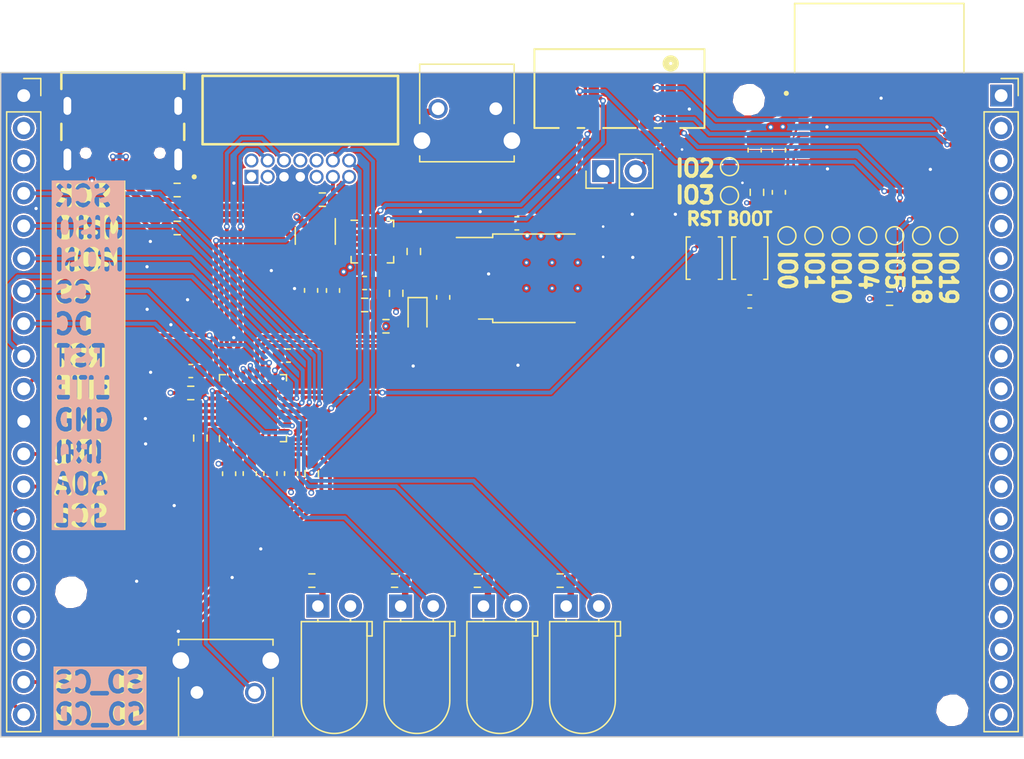
<source format=kicad_pcb>
(kicad_pcb (version 20221018) (generator pcbnew)
  (layers (0 "F.Cu" signal "Signal 1") (1 "In1.Cu" power "GND") (2 "In2.Cu" power "Power") (31 "B.Cu" signal "Signal 2") (34 "B.Paste" user) (35 "F.Paste" user) (36 "B.SilkS" user "B.Silkscreen") (37 "F.SilkS" user "F.Silkscreen") (38 "B.Mask" user) (39 "F.Mask" user) (44 "Edge.Cuts" user))
  (net 0 "")
  (net 1 "NRST")
  (net 2 "GND")
  (net 3 "+3V3")
  (net 4 "SD_CD")
  (net 5 "SD_CS")
  (net 6 "LCD_RST")
  (net 7 "LCD_DC")
  (net 8 "LCD_CS")
  (net 9 "LCD_SCK")
  (net 10 "LCD_MISO")
  (net 11 "LCD_MOSI")
  (net 12 "/CC1")
  (net 13 "USB_D+")
  (net 14 "LCD_LITE")
  (net 15 "ESP_EN")
  (net 16 "TOUCH_IRQ")
  (net 17 "TOUCH_SCL")
  (net 18 "+5V")
  (net 19 "LOG_TX")
  (net 20 "LOG_RX")
  (net 21 "SWDIO")
  (net 22 "SWCLK")
  (net 25 "TOUCH_SDA")
  (net 26 "VBUS")
  (net 27 "+3V3A")
  (net 28 "IO9")
  (net 30 "/IO0")
  (net 31 "/IO1")
  (net 35 "/IO2")
  (net 36 "/IO3")
  (net 38 "/IO4")
  (net 40 "/IO5")
  (net 41 "/IO19")
  (net 44 "/IO18")
  (net 45 "/IO10")
  (net 46 "VCP_TX")
  (net 47 "VCP_RX")
  (net 56 "ATC_TX")
  (net 57 "ATC_RX")
  (net 58 "USB_D-")
  (net 60 "/CC2")
  (net 83 "/BOOT0")
  (net 84 "USART1_TX")
  (net 86 "BRIDGE_RX")
  (net 87 "BRIDGE_TX")
  (net 89 "/RED")
  (net 90 "LCD_BTN_CLR")
  (net 102 "/IO8")
  (net 103 "/VBUS_BR")
  (net 104 "/NSUSPEND")
  (net 110 "/GND_Det")
  (net 111 "/NRST_BR")
  (net 112 "/GREEN")
  (net 113 "LED_B3")
  (net 114 "/YELLOW")
  (net 115 "LED_A12")
  (net 116 "/PURPLE")
  (net 117 "LED_A11")
  (footprint "Capacitor_SMD:C_0603_1608Metric" (layer "F.Cu") (at 171.792 82.23 90)
    (fp_text reference "C6" hide)
    (fp_text value "0.1uF" hide)
  )
  (footprint "MountingHole:MountingHole_2.2mm_M2" (layer "F.Cu") (at 187.2 125.9)
    (fp_text reference "H2" hide)
    (fp_text value "MountingHole" hide)
  )
  (footprint "Button_Switch_SMD:SW_SPST_B3U-1000P" (layer "F.Cu") (at 171.41 90.65 90)
    (fp_text reference "SW2" hide)
    (fp_text value "SW_Push_Dual" hide)
  )
  (footprint "JPW_Footprints:XCVR_ESP32-C3-MINI-1-N4" (layer "F.Cu") (at 181.51 79.1)
    (fp_text reference "U2" hide)
    (fp_text value "ESP32-C3-MINI-1-N4" hide)
  )
  (footprint "Capacitor_SMD:C_0603_1608Metric" (layer "F.Cu") (at 153.25 87.94)
    (fp_text reference "C9" hide)
    (fp_text value "22uF" hide)
  )
  (footprint "Package_DFN_QFN:QFN-32-1EP_5x5mm_P0.5mm_EP3.45x3.45mm" (layer "F.Cu") (at 132.68 102.345 90)
    (fp_text reference "U1" hide)
    (fp_text value "STM32L432KCUx" hide)
  )
  (footprint "Capacitor_SMD:C_0603_1608Metric" (layer "F.Cu") (at 173.68 85.52 -90)
    (fp_text reference "C5" hide)
    (fp_text value "1uF" hide)
  )
  (footprint "Package_TO_SOT_SMD:SOT-143" (layer "F.Cu") (at 137.54 88.92 -90)
    (fp_text reference "D4" hide)
    (fp_text value "SP0503BAHT" hide)
  )
  (footprint "TestPoint:TestPoint_Pad_D1.0mm" (layer "F.Cu") (at 174.31 88.9)
    (fp_text reference "TP1" hide)
    (fp_text value "TP" hide)
  )
  (footprint "Resistor_SMD:R_0603_1608Metric" (layer "F.Cu") (at 143.05 95.96 180)
    (fp_text reference "R9" hide)
    (fp_text value "22k1" hide)
  )
  (footprint "JPW_Footprints:SAMTEC_SHF-107-01-L-D-RA" (layer "F.Cu") (at 136.37 83.675)
    (fp_text reference "J1" hide)
    (fp_text value "SHF-107-01-L-D-RA" hide)
  )
  (footprint "LED_THT:LED_D5.0mm_Horizontal_O1.27mm_Z3.0mm" (layer "F.Cu") (at 150.65 117.775)
    (fp_text reference "D5" hide)
    (fp_text value "RED" hide)
  )
  (footprint "Resistor_SMD:R_0603_1608Metric" (layer "F.Cu") (at 171.97 85.52 90)
    (fp_text reference "R2" hide)
    (fp_text value "10k" hide)
  )
  (footprint "TestPoint:TestPoint_Pad_D1.0mm" (layer "F.Cu") (at 180.61 88.9)
    (fp_text reference "TP5" hide)
    (fp_text value "TP" hide)
  )
  (footprint "TestPoint:TestPoint_Pad_D1.0mm" (layer "F.Cu") (at 169.83 85.77)
    (fp_text reference "TP4" hide)
    (fp_text value "TP" hide)
  )
  (footprint "Capacitor_SMD:C_0603_1608Metric" (layer "F.Cu") (at 132.43 107.445 -90)
    (fp_text reference "C1" hide)
    (fp_text value "0.1uF" hide)
  )
  (footprint "TestPoint:TestPoint_Pad_D1.0mm" (layer "F.Cu") (at 176.41 88.9)
    (fp_text reference "TP2" hide)
    (fp_text value "TP" hide)
  )
  (footprint "Capacitor_SMD:C_0603_1608Metric" (layer "F.Cu") (at 147.51 93.71 -90)
    (fp_text reference "C8" hide)
    (fp_text value "10uF" hide)
  )
  (footprint "Resistor_SMD:R_0603_1608Metric" (layer "F.Cu") (at 141.385 94.3 180)
    (fp_text reference "R10" hide)
    (fp_text value "47k5" hide)
  )
  (footprint "Resistor_SMD:R_0603_1608Metric" (layer "F.Cu") (at 126.77 85.34)
    (fp_text reference "R3" hide)
    (fp_text value "5k1" hide)
  )
  (footprint "Resistor_SMD:R_0603_1608Metric" (layer "F.Cu") (at 145.22 90.13 90)
    (fp_text reference "R8" hide)
    (fp_text value "10k" hide)
  )
  (footprint "TestPoint:TestPoint_Pad_D1.0mm" (layer "F.Cu") (at 169.83 83.52)
    (fp_text reference "TP3" hide)
    (fp_text value "TP" hide)
  )
  (footprint "Capacitor_SMD:C_0603_1608Metric" (layer "F.Cu") (at 127.83 99.45 180)
    (fp_text reference "C13" hide)
    (fp_text value "0.1uF" hide)
  )
  (footprint "Resistor_SMD:R_0603_1608Metric" (layer "F.Cu") (at 137.26 107.445 90)
    (fp_text reference "R1" hide)
    (fp_text value "10k" hide)
  )
  (footprint "MyConnectors:GCT_USB4105-GF-A" (layer "F.Cu") (at 122.53 78.78 180)
    (fp_text reference "J3" hide)
    (fp_text value "USB4105-GF-A" hide)
  )
  (footprint "JPW_Footprints:Switch_1825027-5" (layer "F.Cu") (at 151.610001 79 180)
    (fp_text reference "SW1" hide)
    (fp_text value "SW_Push_Dual" hide)
  )
  (footprint "TestPoint:TestPoint_Pad_D1.0mm" (layer "F.Cu") (at 186.91 88.9)
    (fp_text reference "TP7" hide)
    (fp_text value "TP" hide)
  )
  (footprint "Resistor_SMD:R_0603_1608Metric" (layer "F.Cu") (at 143.845 93.39 90)
    (fp_text reference "R12" hide)
    (fp_text value "1k" hide)
  )
  (footprint "Capacitor_SMD:C_0603_1608Metric" (layer "F.Cu") (at 171.41 94.03)
    (fp_text reference "C12" hide)
    (fp_text value "0.1uF" hide)
  )
  (footprint "Capacitor_SMD:C_0603_1608Metric" (layer "F.Cu") (at 137.21 93.165 90)
    (fp_text reference "C14" hide)
    (fp_text value "0.1uF" hide)
  )
  (footprint "JPW_Footprints:SW8_JS203011JAQN_CNK" (layer "F.Cu") (at 161.25 77.430001 180)
    (fp_text reference "SW3" hide)
    (fp_text value "JS203011JAQN" hide)
  )
  (footprint "Resistor_SMD:R_0603_1608Metric" (layer "F.Cu") (at 137.27 115.79 180)
    (fp_text reference "R15" hide)
    (fp_text value "1k" hide)
  )
  (footprint "Resistor_SMD:R_0603_1608Metric" (layer "F.Cu") (at 128.58 104.68 -90)
    (fp_text reference "R5" hide)
    (fp_text value "10k" hide)
  )
  (footprint "Package_TO_SOT_SMD:TO-252-2" (layer "F.Cu") (at 154.68 92.22)
    (fp_text reference "U4" hide)
    (fp_text value "AMS1117CD-3.3" hide)
  )
  (footprint "JPW_Footprints:Adafruit_LCD_TFT_2.8" (layer "F.Cu") (at 152.908 102.108)
    (fp_text reference "U3" hide)
    (fp_text value "Adafruit_LCD_TFT_2.8" hide)
  )
  (footprint "Capacitor_SMD:C_0603_1608Metric" (layer "F.Cu") (at 135.45 98.245 180)
    (fp_text reference "C2" hide)
    (fp_text value "0.1uF" hide)
  )
  (footprint "Resistor_SMD:R_0603_1608Metric" (layer "F.Cu") (at 126.77 88.3)
    (fp_text reference "R4" hide)
    (fp_text value "5k1" hide)
  )
  (footprint "LED_THT:LED_D5.0mm_Horizontal_O1.27mm_Z3.0mm" (layer "F.Cu") (at 157.1 117.775)
    (fp_text reference "D6" hide)
    (fp_text value "RED" hide)
  )
  (footprint "LED_THT:LED_D5.0mm_Horizontal_O1.27mm_Z3.0mm" (layer "F.Cu") (at 137.74 117.775)
    (fp_text reference "D1" hide)
    (fp_text value "RED" hide)
  )
  (footprint "Capacitor_SMD:C_0603_1608Metric" (layer "F.Cu") (at 130.82 107.455 90)
    (fp_text reference "C3" hide)
    (fp_text value "0.1uF" hide)
  )
  (footprint "Resistor_SMD:R_0603_1608Metric" (layer "F.Cu") (at 143.72 115.79 180)
    (fp_text reference "R16" hide)
    (fp_text value "1k" hide)
  )
  (footprint "Package_DFN_QFN:SiliconLabs_QFN-20-1EP_3x3mm_P0.5mm_EP1.8x1.8mm" (layer "F.Cu") (at 141.99 89.36)
    (fp_text reference "U5" hide)
    (fp_text value "CP2102N-Axx-xQFN20" hide)
  )
  (footprint "Capacitor_SMD:C_0603_1608Metric" (layer "F.Cu") (at 138.92 93.17 90)
    (fp_text reference "C10" hide)
    (fp_text value "4.7uF" hide)
  )
  (footprint "MountingHole:MountingHole_2.2mm_M2" (layer "F.Cu") (at 171.34 78.3)
    (fp_text reference "H1" hide)
    (fp_text value "MountingHole" hide)
  )
  (footprint "Resistor_SMD:R_0603_1608Metric" (layer "F.Cu") (at 138.09 86.09 180)
    (fp_text reference "R13" hide)
    (fp_text value "10k" hide)
  )
  (footprint "Diode_SMD:D_0603_1608Metric" (layer "F.Cu") (at 145.51 95.21 -90)
    (fp_text reference "D2" hide)
    (fp_text value "D_Schottky_Small" hide)
  )
  (footprint "Resistor_SMD:R_0603_1608Metric" (layer "F.Cu") (at 182.31 93.81)
    (fp_text reference "R6" hide)
    (fp_text value "10k" hide)
  )
  (footprint "Resistor_SMD:R_0603_1608Metric" (layer "F.Cu") (at 127.83 101.16)
    (fp_text reference "R14" hide)
    (fp_text value "5k" hide)
  )
  (footprint "Connector_PinHeader_2.54mm:PinHeader_1x02_P2.54mm_Vertical" (layer "F.Cu") (at 159.975 83.87 90)
    (fp_text reference "JP1" hide)
    (fp_text value "SolderJumper_2_Open" hide)
  )
  (footprint "Capacitor_SMD:C_0603_1608Metric" (layer "F.Cu") (at 141.385 92.59)
    (fp_text reference "C11" hide)
    (fp_text value "1uF" hide)
  )
  (footprint "TestPoint:TestPoint_Pad_D1.0mm" (layer "F.Cu") (at 182.71 88.9)
    (fp_text reference "TP6" hide)
    (fp_text value "TP" hide)
  )
  (footprint "Capacitor_SMD:C_0603_1608Metric" (layer "F.Cu") (at 135.65 107.445 90)
    (fp_text reference "FB1" hide)
    (fp_text value "100MHz@100" hide)
  )
  (footprint "LED_THT:LED_D5.0mm_Horizontal_O1.27mm_Z3.0mm" (layer "F.Cu") (at 144.195 117.775)
    (fp_text reference "D3" hide)
    (fp_text value "RED" hide)
  )
  (footprint "TestPoint:TestPoint_Pad_D1.0mm" (layer "F.Cu") (at 184.81 88.9)
    (fp_text reference "TP8" hide)
    (fp_text value "TP" hide)
  )
  (footprint "MountingHole:MountingHole_2.2mm_M2" (layer "F.Cu") (at 118.5 116.7)
    (fp_text reference "H3" hide)
    (fp_text value "MountingHole" hide)
  )
  (footprint "Button_Switch_SMD:SW_SPST_B3U-1000P" (layer "F.Cu") (at 167.86 90.65 90)
    (fp_text reference "SW5" hide)
    (fp_text value "SW_Push" hide)
  )
  (footprint "JPW_Footprints:Switch_1825027-5" (layer "F.Cu") (at 128.31 124.51)
    (fp_text reference "SW4" hide)
    (fp_text value "SW_Push_Dual" hide)
  )
  (footprint "TestPoint:TestPoint_Pad_D1.0mm" (layer "F.Cu") (at 178.51 88.9)
    (fp_text reference "TP9" hide)
    (fp_text value "TP" hide)
  )
  (footprint "Capacitor_SMD:C_0603_1608Metric" (layer "F.Cu") (at 173.68 82.23 90)
    (fp_text reference "C7" hide)
    (fp_text value "10uF" hide)
  )
  (footprint "Resistor_SMD:R_0603_1608Metric" (layer "F.Cu") (at 150.175 115.79 180)
    (fp_text reference "R18" hide)
    (fp_text value "1k" hide)
  )
  (footprint "Capacitor_SMD:C_0603_1608Metric" (layer "F.Cu") (at 134.04 107.445 90)
    (fp_text reference "C4" hide)
    (fp_text value "0.1uF" hide)
  )
  (footprint "Resistor_SMD:R_0603_1608Metric" (layer "F.Cu") (at 156.625 115.79 180)
    (fp_text reference "R19" hide)
    (fp_text value "1k" hide)
  )
  (gr_rect (start 113.008 76.178) (end 192.758 127.978) (stroke (width 0.1)) (fill none) (layer "Edge.Cuts"))
  (gr_text "SD_CS\nSD_CD" (at 116.97 124.97) (layer "B.SilkS" knockout) (effects (font (size 1.55 1.5) (thickness 0.375) bold) (justify right mirror)))
  (gr_text "SCK\nMISO\nMOSI\nCS\nDC\nRST\nLITE\nGND\nIRQ\nSDA\nSCL" (at 116.97 98.3) (layer "B.SilkS" knockout) (effects (font (size 1.55 1.5) (thickness 0.375) bold) (justify right mirror)))
  (gr_text "IO2\nIO3" (at 168.83 84.7) (layer "F.SilkS") (effects (font (size 1.3 1.2) (thickness 0.3) bold) (justify right)))
  (gr_text "RST" (at 167.86 87.59) (layer "F.SilkS") (effects (font (size 1 1) (thickness 0.25) bold)))
  (gr_text "IO19\nIO18\nIO5\nIO4\nIO10\nIO1\nIO0" (at 180.61 89.91 270) (layer "F.SilkS") (effects (font (size 1.3 1.2) (thickness 0.3) bold) (justify left)))
  (gr_text "BOOT" (at 171.41 87.59) (layer "F.SilkS") (effects (font (size 1 0.9) (thickness 0.225) bold)))
  (gr_text "SD_CS\nSD_CD" (at 116.97 124.97) (layer "F.SilkS" knockout) (effects (font (size 1.55 1.5) (thickness 0.375) bold) (justify left)))
  (gr_text "SCK\nMISO\nMOSI\nCS\nDC\nRST\nLITE\nGND\nIRQ\nSDA\nSCL" (at 116.97 98.3) (layer "F.SilkS" knockout) (effects (font (size 1.55 1.5) (thickness 0.375) bold) (justify left)))
  (segment (start 142.49 79.25) (end 147.09 79.25) (width 0.5) (layer "F.Cu") (net 1))
  (segment (start 138.91 83.04) (end 138.91 82.83) (width 0.5) (layer "F.Cu") (net 1))
  (segment (start 137.18 107.46) (end 137.265782 107.374218) (width 0.3) (layer "F.Cu") (net 1))
  (segment (start 138.91 82.83) (end 142.49 79.25) (width 0.5) (layer "F.Cu") (net 1))
  (segment (start 132.43 104.7825) (end 132.43 106.67) (width 0.3) (layer "F.Cu") (net 1))
  (segment (start 133.22 107.46) (end 137.18 107.46) (width 0.3) (layer "F.Cu") (net 1))
  (segment (start 132.43 106.67) (end 133.22 107.46) (width 0.3) (layer "F.Cu") (net 1))
  (via (at 137.265782 107.374218) (size 0.4064) (drill 0.2032) (layers "F.Cu" "B.Cu") (net 1))
  (segment (start 138.91 83.04) (end 139.732 82.218) (width 0.3) (layer "B.Cu") (net 1))
  (segment (start 141.158 82.218) (end 142.04 83.1) (width 0.3) (layer "B.Cu") (net 1))
  (segment (start 142.04 102.6) (end 137.265782 107.374218) (width 0.3) (layer "B.Cu") (net 1))
  (segment (start 142.04 83.1) (end 142.04 102.6) (width 0.3) (layer "B.Cu") (net 1))
  (segment (start 139.732 82.218) (end 141.158 82.218) (width 0.3) (layer "B.Cu") (net 1))
  (via (at 127.58 93.89) (size 0.4572) (drill 0.254) (layers "F.Cu" "B.Cu") (net 2))
  (via (at 131.05716 115.54716) (size 0.4572) (drill 0.254) (layers "F.Cu" "B.Cu") (net 2))
  (via (at 117.68 107.79) (size 0.4572) (drill 0.254) (layers "F.Cu" "B.Cu") (net 2))
  (via (at 133.28716 113.31716) (size 0.4572) (drill 0.254) (layers "F.Cu" "B.Cu") (net 2))
  (via (at 124.42 91.32) (size 0.4572) (drill 0.254) (layers "F.Cu" "B.Cu") (net 2))
  (via (at 170.84 84.78) (size 0.4064) (drill 0.2032) (layers "F.Cu" "B.Cu") (net 2))
  (via (at 162.29 90.59) (size 0.4572) (drill 0.254) (layers "F.Cu" "B.Cu") (net 2))
  (via (at 145.73 87.03) (size 0.4572) (drill 0.254) (layers "F.Cu" "B.Cu") (net 2))
  (via (at 159.98 88.19) (size 0.4064) (drill 0.2032) (layers "F.Cu" "B.Cu") (net 2))
  (via (at 123.61 115.84) (size 0.4572) (drill 0.254) (layers "F.Cu" "B.Cu") (net 2))
  (via (at 185.49 83.73) (size 0.4572) (drill 0.254) (layers "F.Cu" "B.Cu") (net 2))
  (via (at 124.7 99.55) (size 0.4572) (drill 0.254) (layers "F.Cu" "B.Cu") (net 2))
  (via (at 124.29 103.16) (size 0.4572) (drill 0.254) (layers "F.Cu" "B.Cu") (net 2))
  (via (at 135.92 93.02) (size 0.4572) (drill 0.254) (layers "F.Cu" "B.Cu") (net 2))
  (via (at 162.25 87.23) (size 0.4572) (drill 0.254) (layers "F.Cu" "B.Cu") (net 2))
  (via (at 150.39 87.03) (size 0.4572) (drill 0.254) (layers "F.Cu" "B.Cu") (net 2))
  (via (at 134.11 91.62) (size 0.4572) (drill 0.254) (layers "F.Cu" "B.Cu") (net 2))
  (via (at 165.61 87.23) (size 0.4572) (drill 0.254) (layers "F.Cu" "B.Cu") (net 2))
  (via (at 126.54 109.94) (size 0.4572) (drill 0.254) (layers "F.Cu" "B.Cu") (net 2))
  (via (at 156.47 84.34) (size 0.4572) (drill 0.254) (layers "F.Cu" "B.Cu") (net 2))
  (via (at 124.68 89.35) (size 0.4572) (drill 0.254) (layers "F.Cu" "B.Cu") (net 2))
  (via (at 131.192298 84.799596) (size 0.4572) (drill 0.254) (layers "F.Cu" "B.Cu") (net 2))
  (via (at 126.28 95.84) (size 0.4572) (drill 0.254) (layers "F.Cu" "B.Cu") (net 2))
  (via (at 145.17 99.06) (size 0.4572) (drill 0.254) (layers "F.Cu" "B.Cu") (net 2))
  (via (at 153.34 99) (size 0.4572) (drill 0.254) (layers "F.Cu" "B.Cu") (net 2))
  (via (at 159.98 90.55) (size 0.4064) (drill 0.2032) (layers "F.Cu" "B.Cu") (net 2))
  (via (at 124.43 94.64) (size 0.4572) (drill 0.254) (layers "F.Cu" "B.Cu") (net 2))
  (via (at 115.77 86.78) (size 0.4572) (drill 0.254) (layers "F.Cu" "B.Cu") (net 2))
  (via (at 124.31 105.13) (size 0.4572) (drill 0.254) (layers "F.Cu" "B.Cu") (net 2))
  (via (at 166.13 82.18) (size 0.4064) (drill 0.2032) (layers "F.Cu" "B.Cu") (net 2))
  (via (at 126.85716 119.74716) (size 0.4572) (drill 0.254) (layers "F.Cu" "B.Cu") (net 2))
  (via (at 177.47 83.69) (size 0.4572) (drill 0.254) (layers "F.Cu" "B.Cu") (net 2))
  (via (at 131.18 96.85) (size 0.4572) (drill 0.254) (layers "F.Cu" "B.Cu") (net 2))
  (via (at 151.05 91.88) (size 0.4572) (drill 0.254) (layers "F.Cu" "B.Cu") (net 2))
  (via (at 181.65 78.18) (size 0.4572) (drill 0.254) (layers "F.Cu" "B.Cu") (net 2))
  (via (at 117.33 106.44) (size 0.4572) (drill 0.254) (layers "F.Cu" "B.Cu") (net 2))
  (via (at 135.02 100.04) (size 0.4572) (drill 0.254) (layers "F.Cu" "B.Cu") (net 2))
  (via (at 166.7 79.03) (size 0.4572) (drill 0.254) (layers "F.Cu" "B.Cu") (net 2))
  (via (at 177.43 80.42) (size 0.4572) (drill 0.254) (layers "F.Cu" "B.Cu") (net 2))
  (segment (start 135.65 108.89968) (end 135.64984 108.89984) (width 0.3) (layer "F.Cu") (net 3))
  (segment (start 134.43 99.4443) (end 134.391 99.4051) (width 0.3) (layer "F.Cu") (net 3))
  (segment (start 134.43 99.9075) (end 134.43 99.4443) (width 0.3) (layer "F.Cu") (net 3))
  (segment (start 134.391 99.4051) (end 134.675 99.1211) (width 0.3) (layer "F.Cu") (net 3))
  (segment (start 130.82 106.68) (end 129.99 106.68) (width 0.3) (layer "F.Cu") (net 3))
  (segment (start 126.26 101.16) (end 126.25 101.15) (width 0.3) (layer "F.Cu") (net 3))
  (segment (start 171.97 86.345) (end 171.175 86.345) (width 0.3) (layer "F.Cu") (net 3))
  (segment (start 130.93 106.57) (end 130.82 106.68) (width 0.3) (layer "F.Cu") (net 3))
  (segment (start 134.675 99.1211) (end 134.675 98.245) (width 0.3) (layer "F.Cu") (net 3))
  (segment (start 137.26 108.27) (end 137.26 108.906742) (width 0.3) (layer "F.Cu") (net 3))
  (segment (start 135.65 108.22) (end 135.65 108.89968) (width 0.3) (layer "F.Cu") (net 3))
  (segment (start 130.93 104.7825) (end 130.93 106.57) (width 0.3) (layer "F.Cu") (net 3))
  (segment (start 181.485 93.81) (end 180.76 93.81) (width 0.3) (layer "F.Cu") (net 3))
  (segment (start 171.175 86.345) (end 171.17 86.34) (width 0.3) (layer "F.Cu") (net 3))
  (segment (start 143.845 94.835) (end 143.83 94.85) (width 0.4) (layer "F.Cu") (net 3))
  (segment (start 127.005 101.16) (end 126.26 101.16) (width 0.3) (layer "F.Cu") (net 3))
  (segment (start 137.26 108.906742) (end 137.225141 108.941601) (width 0.3) (layer "F.Cu") (net 3))
  (segment (start 143.845 94.215) (end 143.845 94.835) (width 0.4) (layer "F.Cu") (net 3))
  (via (at 129.99 106.68) (size 0.4572) (drill 0.254) (layers "F.Cu" "B.Cu") (net 3))
  (via (at 143.83 94.85) (size 0.4572) (drill 0.254) (layers "F.Cu" "B.Cu") (net 3))
  (via (at 180.76 93.81) (size 0.4064) (drill 0.2032) (layers "F.Cu" "B.Cu") (net 3))
  (via (at 137.225141 108.941601) (size 0.4572) (drill 0.254) (layers "F.Cu" "B.Cu") (net 3))
  (via (at 154.06 88.9) (size 0.4572) (drill 0.254) (layers "F.Cu" "B.Cu") (net 3))
  (via (at 158 93) (size 0.4064) (drill 0.2032) (layers "F.Cu" "B.Cu") (net 3))
  (via (at 158 91) (size 0.4064) (drill 0.2032) (layers "F.Cu" "B.Cu") (net 3))
  (via (at 140.25 91.36) (size 0.4572) (drill 0.254) (layers "F.Cu" "B.Cu") (net 3))
  (via (at 156 91) (size 0.4064) (drill 0.2032) (layers "F.Cu" "B.Cu") (net 3))
  (via (at 154 91) (size 0.4064) (drill 0.2032) (layers "F.Cu" "B.Cu") (net 3))
  (via (at 126.25 101.15) (size 0.4572) (drill 0.254) (layers "F.Cu" "B.Cu") (net 3))
  (via (at 156 93) (size 0.4064) (drill 0.2032) (layers "F.Cu" "B.Cu") (net 3))
  (via (at 173.99 80.41) (size 0.4572) (drill 0.254) (layers "F.Cu" "B.Cu") (net 3))
  (via (at 155.13 88.93) (size 0.4572) (drill 0.254) (layers "F.Cu" "B.Cu") (net 3))
  (via (at 156.53 88.93) (size 0.4572) (drill 0.254) (layers "F.Cu" "B.Cu") (net 3))
  (via (at 171.17 86.34) (size 0.4064) (drill 0.2032) (layers "F.Cu" "B.Cu") (net 3))
  (via (at 173.04 80.44) (size 0.4572) (drill 0.254) (layers "F.Cu" "B.Cu") (net 3))
  (via (at 139.745904 91.714096) (size 0.4572) (drill 0.254) (layers "F.Cu" "B.Cu") (net 3))
  (via (at 154 93) (size 0.4064) (drill 0.2032) (layers "F.Cu" "B.Cu") (net 3))
  (via (at 134.391 99.4051) (size 0.4572) (drill 0.254) (layers "F.Cu" "B.Cu") (net 3))
  (via (at 135.64984 108.89984) (size 0.4572) (drill 0.254) (layers "F.Cu" "B.Cu") (net 3))
  (segment (start 133.43 104.7825) (end 133.43 105.45) (width 0.3) (layer "F.Cu") (net 4))
  (segment (start 138.012 107.372) (end 138.012 108.869062) (width 0.3) (layer "F.Cu") (net 4))
  (segment (start 133.923 105.943) (end 136.583 105.943) (width 0.3) (layer "F.Cu") (net 4))
  (segment (start 123.605 122.285) (end 114.627 122.285) (width 0.3) (layer "F.Cu") (net 4))
  (segment (start 114.627 122.285) (end 113.681 123.231) (width 0.3) (layer "F.Cu") (net 4))
  (segment (start 138.012 108.869062) (end 137.434361 109.446701) (width 0.3) (layer "F.Cu") (net 4))
  (segment (start 136.443299 109.446701) (end 123.605 122.285) (width 0.3) (layer "F.Cu") (net 4))
  (segment (start 137.434361 109.446701) (end 136.443299 109.446701) (width 0.3) (layer "F.Cu") (net 4))
  (segment (start 113.681 123.231) (end 113.681 125.111) (width 0.3) (layer "F.Cu") (net 4))
  (segment (start 136.583 105.943) (end 137.26 106.62) (width 0.3) (layer "F.Cu") (net 4))
  (segment (start 113.681 125.111) (end 114.808 126.238) (width 0.3) (layer "F.Cu") (net 4))
  (segment (start 133.43 105.45) (end 133.923 105.943) (width 0.3) (layer "F.Cu") (net 4))
  (segment (start 137.26 106.62) (end 138.012 107.372) (width 0.3) (layer "F.Cu") (net 4))
  (segment (start 133.93 105.2) (end 133.93 104.7825) (width 0.3) (layer "F.Cu") (net 5))
  (segment (start 138.68 106.885) (end 137.3 105.505) (width 0.3) (layer "F.Cu") (net 5))
  (segment (start 137.611024 109.873202) (end 138.68 108.804226) (width 0.3) (layer "F.Cu") (net 5))
  (segment (start 138.68 108.804226) (end 138.68 106.885) (width 0.3) (layer "F.Cu") (net 5))
  (segment (start 137.3 105.505) (end 134.235 105.505) (width 0.3) (layer "F.Cu") (net 5))
  (segment (start 123.709767 123.698) (end 137.534565 109.873202) (width 0.3) (layer "F.Cu") (net 5))
  (segment (start 134.235 105.505) (end 133.93 105.2) (width 0.3) (layer "F.Cu") (net 5))
  (segment (start 137.534565 109.873202) (end 137.611024 109.873202) (width 0.3) (layer "F.Cu") (net 5))
  (segment (start 114.808 123.698) (end 123.709767 123.698) (width 0.3) (layer "F.Cu") (net 5))
  (segment (start 135.118 101.595) (end 136.062703 101.595) (width 0.3) (layer "F.Cu") (net 6))
  (segment (start 136.062703 101.595) (end 136.083003 101.5747) (width 0.3) (layer "F.Cu") (net 6))
  (segment (start 135.118 101.595) (end 135.1175 101.595) (width 0.127) (layer "F.Cu") (net 6))
  (via (at 136.083003 101.5747) (size 0.4064) (drill 0.2032) (layers "F.Cu" "B.Cu") (net 6))
  (segment (start 113.681 92.7512) (end 114.341 92.091) (width 0.3) (layer "B.Cu") (net 6))
  (segment (start 127.93424 92.091) (end 136.083003 100.239763) (width 0.3) (layer "B.Cu") (net 6))
  (segment (start 136.083003 100.239763) (end 136.083003 101.5747) (width 0.3) (layer "B.Cu") (net 6))
  (segment (start 114.341 92.091) (end 127.93424 92.091) (width 0.3) (layer "B.Cu") (net 6))
  (segment (start 113.681 97.171) (end 113.681 92.7512) (width 0.3) (layer "B.Cu") (net 6))
  (segment (start 114.808 98.298) (end 113.681 97.171) (width 0.3) (layer "B.Cu") (net 6))
  (segment (start 135.271264 104.248264) (end 135.56 104.248264) (width 0.3) (layer "F.Cu") (net 7))
  (segment (start 135.118 104.095) (end 135.271264 104.248264) (width 0.3) (layer "F.Cu") (net 7))
  (segment (start 135.118 104.095) (end 135.1175 104.095) (width 0.127) (layer "F.Cu") (net 7))
  (via (at 135.56 104.248264) (size 0.4064) (drill 0.2032) (layers "F.Cu" "B.Cu") (net 7))
  (segment (start 114.808 95.758) (end 125.038 95.758) (width 0.3) (layer "B.Cu") (net 7))
  (segment (start 125.038 95.758) (end 133.528264 104.248264) (width 0.3) (layer "B.Cu") (net 7))
  (segment (start 133.528264 104.248264) (end 135.56 104.248264) (width 0.3) (layer "B.Cu") (net 7))
  (segment (start 135.118 103.595) (end 135.610248 103.595) (width 0.3) (layer "F.Cu") (net 8))
  (segment (start 135.610248 103.595) (end 135.7403 103.725052) (width 0.3) (layer "F.Cu") (net 8))
  (segment (start 135.118 103.595) (end 135.1175 103.595) (width 0.127) (layer "F.Cu") (net 8))
  (via (at 135.7403 103.725052) (size 0.4064) (drill 0.2032) (layers "F.Cu" "B.Cu") (net 8))
  (segment (start 114.808 93.218) (end 124.508 93.218) (width 0.3) (layer "B.Cu") (net 8))
  (segment (start 135.015052 103.725052) (end 135.7403 103.725052) (width 0.3) (layer "B.Cu") (net 8))
  (segment (start 124.508 93.218) (end 135.015052 103.725052) (width 0.3) (layer "B.Cu") (net 8))
  (segment (start 135.118 103.095) (end 136.735 103.095) (width 0.3) (layer "F.Cu") (net 9))
  (segment (start 136.735 103.095) (end 137.85 101.98) (width 0.3) (layer "F.Cu") (net 9))
  (segment (start 135.118 103.095) (end 135.1175 103.095) (width 0.127) (layer "F.Cu") (net 9))
  (via (at 137.85 101.98) (size 0.4064) (drill 0.2032) (layers "F.Cu" "B.Cu") (net 9))
  (segment (start 137.85 98.0543) (end 137.85 101.98) (width 0.3) (layer "B.Cu") (net 9))
  (segment (start 125.394 85.598) (end 137.85 98.0543) (width 0.3) (layer "B.Cu") (net 9))
  (segment (start 114.808 85.598) (end 125.394 85.598) (width 0.3) (layer "B.Cu") (net 9))
  (segment (start 135.118 102.595) (end 136.493594 102.595) (width 0.3) (layer "F.Cu") (net 10))
  (segment (start 137.080002 102.008592) (end 137.080002 101.882999) (width 0.3) (layer "F.Cu") (net 10))
  (segment (start 136.493594 102.595) (end 137.080002 102.008592) (width 0.3) (layer "F.Cu") (net 10))
  (segment (start 135.118 102.595) (end 135.1175 102.595) (width 0.127) (layer "F.Cu") (net 10))
  (via (at 137.080002 101.882999) (size 0.4064) (drill 0.2032) (layers "F.Cu" "B.Cu") (net 10))
  (segment (start 114.808 88.138) (end 126.658 88.138) (width 0.3) (layer "B.Cu") (net 10))
  (segment (start 126.658 88.138) (end 137.080002 98.560002) (width 0.3) (layer "B.Cu") (net 10))
  (segment (start 137.080002 98.560002) (end 137.080002 101.882999) (width 0.3) (layer "B.Cu") (net 10))
  (segment (start 136.315195 102.095) (end 136.480023 101.930172) (width 0.3) (layer "F.Cu") (net 11))
  (segment (start 135.118 102.095) (end 136.315195 102.095) (width 0.3) (layer "F.Cu") (net 11))
  (segment (start 135.118 102.095) (end 135.1175 102.095) (width 0.127) (layer "F.Cu") (net 11))
  (via (at 136.480023 101.930172) (size 0.4064) (drill 0.2032) (layers "F.Cu" "B.Cu") (net 11))
  (segment (start 136.562703 99.392703) (end 136.562703 101.847492) (width 0.3) (layer "B.Cu") (net 11))
  (segment (start 127.848 90.678) (end 136.562703 99.392703) (width 0.3) (layer "B.Cu") (net 11))
  (segment (start 114.808 90.678) (end 127.848 90.678) (width 0.3) (layer "B.Cu") (net 11))
  (segment (start 136.562703 101.847492) (end 136.480023 101.930172) (width 0.3) (layer "B.Cu") (net 11))
  (segment (start 124.95 85.34) (end 123.78 84.17) (width 0.3) (layer "F.Cu") (net 12))
  (segment (start 123.78 84.17) (end 123.78 83.535) (width 0.3) (layer "F.Cu") (net 12))
  (segment (start 125.945 85.34) (end 124.95 85.34) (width 0.3) (layer "F.Cu") (net 12))
  (segment (start 121.78 82.7502) (end 121.76 82.73) (width 0.3) (layer "F.Cu") (net 13))
  (segment (start 139.24 89.92) (end 139.55 89.61) (width 0.35) (layer "F.Cu") (net 13))
  (segment (start 138.13 89.92) (end 138.49 89.92) (width 0.465) (layer "F.Cu") (net 13))
  (segment (start 125.214 86.624) (end 134.135669 86.624) (width 0.465) (layer "F.Cu") (net 13))
  (segment (start 134.135669 86.624) (end 136.631669 89.12) (width 0.465) (layer "F.Cu") (net 13))
  (segment (start 122.78 84.19) (end 123.06 84.47) (width 0.3) (layer "F.Cu") (net 13))
  (segment (start 138.49 89.92) (end 139.24 89.92) (width 0.35) (layer "F.Cu") (net 13))
  (segment (start 121.78 83.535) (end 121.78 82.7502) (width 0.3) (layer "F.Cu") (net 13))
  (segment (start 122.78 83.535) (end 122.78 82.73022) (width 0.3) (layer "F.Cu") (net 13))
  (segment (start 139.55 89.61) (end 140.44 89.61) (width 0.35) (layer "F.Cu") (net 13))
  (segment (start 136.631669 89.12) (end 137.33 89.12) (width 0.465) (layer "F.Cu") (net 13))
  (segment (start 122.78 82.73022) (end 122.78016 82.73006) (width 0.3) (layer "F.Cu") (net 13))
  (segment (start 137.33 89.12) (end 138.13 89.92) (width 0.465) (layer "F.Cu") (net 13))
  (segment (start 122.78 83.535) (end 122.78 84.19) (width 0.3) (layer "F.Cu") (net 13))
  (segment (start 123.06 84.47) (end 125.214 86.624) (width 0.465) (layer "F.Cu") (net 13))
  (via (at 121.76 82.73) (size 0.4572) (drill 0.254) (layers "F.Cu" "B.Cu") (net 13))
  (via (at 122.78016 82.73006) (size 0.4572) (drill 0.254) (layers "F.Cu" "B.Cu") (net 13))
  (segment (start 122.7801 82.73) (end 122.78016 82.73006) (width 0.3) (layer "B.Cu") (net 13))
  (segment (start 121.76 82.73) (end 122.7801 82.73) (width 0.3) (layer "B.Cu") (net 13))
  (segment (start 133.885 98.863174) (end 133.938547 98.809627) (width 0.3) (layer "F.Cu") (net 14))
  (segment (start 133.93 99.9075) (end 133.885 99.8626) (width 0.3) (layer "F.Cu") (net 14))
  (segment (start 118.976 96.67) (end 114.808 100.838) (width 0.3) (layer "F.Cu") (net 14))
  (segment (start 129.29 96.67) (end 118.976 96.67) (width 0.3) (layer "F.Cu") (net 14))
  (segment (start 133.885 99.8626) (end 133.885 98.863174) (width 0.3) (layer "F.Cu") (net 14))
  (via (at 133.938547 98.809627) (size 0.4572) (drill 0.254) (layers "F.Cu" "B.Cu") (net 14))
  (via (at 129.29 96.67) (size 0.4572) (drill 0.254) (layers "F.Cu" "B.Cu") (net 14))
  (segment (start 130.03 97.41) (end 132.02 97.41) (width 0.3) (layer "B.Cu") (net 14))
  (segment (start 129.29 96.67) (end 130.03 97.41) (width 0.3) (layer "B.Cu") (net 14))
  (segment (start 133.419627 98.809627) (end 133.938547 98.809627) (width 0.3) (layer "B.Cu") (net 14))
  (segment (start 132.02 97.41) (end 133.419627 98.809627) (width 0.3) (layer "B.Cu") (net 14))
  (segment (start 173.63 84.695) (end 173.68 84.745) (width 0.3) (layer "F.Cu") (net 15))
  (segment (start 174.065 84.745) (end 173.68 84.745) (width 0.3) (layer "F.Cu") (net 15))
  (segment (start 142.730231 101.095) (end 142.77 101.134769) (width 0.3) (layer "F.Cu") (net 15))
  (segment (start 175.61 83.4) (end 175.41 83.4) (width 0.3) (layer "F.Cu") (net 15))
  (segment (start 167.86 88.95) (end 167.86 89.169998) (width 0.3) (layer "F.Cu") (net 15))
  (segment (start 171.97 84.695) (end 173.63 84.695) (width 0.3) (layer "F.Cu") (net 15))
  (segment (start 135.1175 101.095) (end 142.730231 101.095) (width 0.3) (layer "F.Cu") (net 15))
  (segment (start 175.41 83.4) (end 174.065 84.745) (width 0.3) (layer "F.Cu") (net 15))
  (segment (start 171.97 84.84) (end 171.97 84.695) (width 0.3) (layer "F.Cu") (net 15))
  (segment (start 167.86 89.169998) (end 167.074999 89.954999) (width 0.3) (layer "F.Cu") (net 15))
  (segment (start 167.86 88.95) (end 171.97 84.84) (width 0.3) (layer "F.Cu") (net 15))
  (via (at 167.074999 89.954999) (size 0.4572) (drill 0.254) (layers "F.Cu" "B.Cu") (net 15))
  (via (at 142.77 101.134769) (size 0.4572) (drill 0.254) (layers "F.Cu" "B.Cu") (net 15))
  (segment (start 167.074999 89.954999) (end 155.895229 101.134769) (width 0.3) (layer "B.Cu") (net 15))
  (segment (start 155.895229 101.134769) (end 142.77 101.134769) (width 0.3) (layer "B.Cu") (net 15))
  (segment (start 130.238 102.1) (end 130.24 102.098) (width 0.3) (layer "F.Cu") (net 16))
  (segment (start 130.2415 102.0957) (end 130.242 102.095) (width 0.127) (layer "F.Cu") (net 16))
  (segment (start 120.642 105.918) (end 124.46 102.1) (width 0.3) (layer "F.Cu") (net 16))
  (segment (start 130.2415 102.0957) (end 130.242 102.095) (width 0.3) (layer "F.Cu") (net 16))
  (segment (start 130.241 102.0965) (end 130.2415 102.0957) (width 0.3) (layer "F.Cu") (net 16))
  (segment (start 130.241 102.0965) (end 130.2415 102.0957) (width 0.127) (layer "F.Cu") (net 16))
  (segment (start 124.46 102.1) (end 130.238 102.1) (width 0.3) (layer "F.Cu") (net 16))
  (segment (start 130.2425 102.095) (end 130.242 102.095) (width 0.127) (layer "F.Cu") (net 16))
  (segment (start 114.808 105.918) (end 120.642 105.918) (width 0.3) (layer "F.Cu") (net 16))
  (segment (start 130.24 102.098) (end 130.241 102.0965) (width 0.3) (layer "F.Cu") (net 16))
  (segment (start 130.24 102.098) (end 130.241 102.0965) (width 0.127) (layer "F.Cu") (net 16))
  (segment (start 113.681 109.871) (end 113.681 107.991) (width 0.3) (layer "F.Cu") (net 17))
  (segment (start 114.808 110.998) (end 113.681 109.871) (width 0.3) (layer "F.Cu") (net 17))
  (segment (start 114.627 107.045) (end 121.415 107.045) (width 0.3) (layer "F.Cu") (net 17))
  (segment (start 121.415 107.045) (end 125.865 102.595) (width 0.3) (layer "F.Cu") (net 17))
  (segment (start 125.865 102.595) (end 130.242 102.595) (width 0.3) (layer "F.Cu") (net 17))
  (segment (start 113.681 107.991) (end 114.627 107.045) (width 0.3) (layer "F.Cu") (net 17))
  (segment (start 130.242 102.595) (end 130.2425 102.595) (width 0.127) (layer "F.Cu") (net 17))
  (segment (start 145.51 94.475) (end 147.5 94.475) (width 1) (layer "F.Cu") (net 18))
  (segment (start 147.5 94.475) (end 147.51 94.485) (width 1) (layer "F.Cu") (net 18))
  (segment (start 149.64 94.5) (end 147.525 94.5) (width 1) (layer "F.Cu") (net 18))
  (segment (start 147.525 94.5) (end 147.51 94.485) (width 1) (layer "F.Cu") (net 18))
  (segment (start 187.41 81) (end 186.68 81) (width 0.3) (layer "F.Cu") (net 19))
  (segment (start 186.68 81) (end 186.39 80.71) (width 0.3) (layer "F.Cu") (net 19))
  (segment (start 163.250001 77.376401) (end 164.193598 77.376402) (width 0.3) (layer "F.Cu") (net 19))
  (via (at 186.39 80.71) (size 0.4064) (drill 0.2032) (layers "F.Cu" "B.Cu") (net 19))
  (via (at 164.193598 77.376402) (size 0.4572) (drill 0.254) (layers "F.Cu" "B.Cu") (net 19))
  (segment (start 186.39 80.71) (end 185.57 79.89) (width 0.3) (layer "B.Cu") (net 19))
  (segment (start 185.57 79.89) (end 168.79 79.89) (width 0.3) (layer "B.Cu") (net 19))
  (segment (start 168.79 79.89) (end 166.276402 77.376402) (width 0.3) (layer "B.Cu") (net 19))
  (segment (start 166.276402 77.376402) (end 164.193598 77.376402) (width 0.3) (layer "B.Cu") (net 19))
  (segment (start 163.250001 79.776401) (end 164.243598 79.776402) (width 0.3) (layer "F.Cu") (net 20))
  (segment (start 187.41 81.8) (end 186.81 81.8) (width 0.3) (layer "F.Cu") (net 20))
  (segment (start 186.81 81.8) (end 186.8 81.81) (width 0.3) (layer "F.Cu") (net 20))
  (via (at 164.243598 79.776402) (size 0.4572) (drill 0.254) (layers "F.Cu" "B.Cu") (net 20))
  (via (at 186.8 81.81) (size 0.4064) (drill 0.2032) (layers "F.Cu" "B.Cu") (net 20))
  (segment (start 168.27 80.97) (end 167.076402 79.776402) (width 0.3) (layer "B.Cu") (net 20))
  (segment (start 167.076402 79.776402) (end 164.243598 79.776402) (width 0.3) (layer "B.Cu") (net 20))
  (segment (start 185.96 80.97) (end 168.27 80.97) (width 0.3) (layer "B.Cu") (net 20))
  (segment (start 186.8 81.81) (end 185.96 80.97) (width 0.3) (layer "B.Cu") (net 20))
  (segment (start 131.7 97.41) (end 131.7 88.18) (width 0.3) (layer "F.Cu") (net 21))
  (segment (start 131.43 99.9075) (end 131.43 97.68) (width 0.3) (layer "F.Cu") (net 21))
  (segment (start 131.43 97.68) (end 131.7 97.41) (width 0.3) (layer "F.Cu") (net 21))
  (via (at 131.7 88.18) (size 0.4572) (drill 0.254) (layers "F.Cu" "B.Cu") (net 21))
  (segment (start 133.008 82.218) (end 132.22 82.218) (width 0.3) (layer "B.Cu") (net 21))
  (segment (start 131.7 82.7375) (end 131.7 88.18) (width 0.3) (layer "B.Cu") (net 21))
  (segment (start 132.22 82.218) (end 131.7 82.7375) (width 0.3) (layer "B.Cu") (net 21))
  (segment (start 133.83 83.04) (end 133.008 82.218) (width 0.3) (layer "B.Cu") (net 21))
  (segment (start 130.93 99.9075) (end 130.93 97.7) (width 0.3) (layer "F.Cu") (net 22))
  (segment (start 130.93 97.7) (end 130.64 97.41) (width 0.3) (layer "F.Cu") (net 22))
  (segment (start 130.64 97.41) (end 130.64 88.18) (width 0.3) (layer "F.Cu") (net 22))
  (via (at 130.64 88.18) (size 0.4572) (drill 0.254) (layers "F.Cu" "B.Cu") (net 22))
  (segment (start 135.1 83.04) (end 133.38 81.32) (width 0.3) (layer "B.Cu") (net 22))
  (segment (start 131.8 81.32) (end 130.64 82.4798) (width 0.3) (layer "B.Cu") (net 22))
  (segment (start 133.38 81.32) (end 131.8 81.32) (width 0.3) (layer "B.Cu") (net 22))
  (segment (start 130.64 82.4798) (end 130.64 88.18) (width 0.3) (layer "B.Cu") (net 22))
  (segment (start 114.808 108.458) (end 122.065 108.458) (width 0.3) (layer "F.Cu") (net 25))
  (segment (start 122.065 108.458) (end 127.428 103.095) (width 0.3) (layer "F.Cu") (net 25))
  (segment (start 130.242 103.095) (end 130.2425 103.095) (width 0.127) (layer "F.Cu") (net 25))
  (segment (start 127.428 103.095) (end 130.242 103.095) (width 0.3) (layer "F.Cu") (net 25))
  (segment (start 143.875 95.96) (end 143.127 95.96) (width 0.75) (layer "F.Cu") (net 26))
  (segment (start 121.37 81.72) (end 123.722577 81.72) (width 0.45) (layer "F.Cu") (net 26))
  (segment (start 143.875 95.96) (end 145.4725 95.96) (width 0.75) (layer "F.Cu") (net 26))
  (segment (start 145.4725 95.96) (end 145.51 95.9975) (width 0.75) (layer "F.Cu") (net 26))
  (segment (start 124.93 82.927423) (end 124.93 83.535) (width 0.45) (layer "F.Cu") (net 26))
  (segment (start 136.100001 87.430001) (end 136.079999 87.430001) (width 0.5) (layer "F.Cu") (net 26))
  (segment (start 123.722577 81.72) (end 124.93 82.927423) (width 0.45) (layer "F.Cu") (net 26))
  (segment (start 120.13 83.535) (end 120.13 84.62) (width 0.5) (layer "F.Cu") (net 26))
  (segment (start 120.13 83.535) (end 120.13 82.96) (width 0.45) (layer "F.Cu") (net 26))
  (segment (start 136.59 87.92) (end 136.100001 87.430001) (width 0.5) (layer "F.Cu") (net 26))
  (segment (start 120.13 82.96) (end 121.37 81.72) (width 0.45) (layer "F.Cu") (net 26))
  (via (at 136.079999 87.430001) (size 0.4064) (drill 0.2032) (layers "F.Cu" "B.Cu") (net 26))
  (via (at 120.13 84.62) (size 0.4064) (drill 0.2032) (layers "F.Cu" "B.Cu") (net 26))
  (via (at 143.03 95.96) (size 0.4064) (drill 0.2032) (layers "F.Cu" "B.Cu") (net 26))
  (segment (start 134.04 106.67) (end 135.65 106.67) (width 0.3) (layer "F.Cu") (net 27))
  (segment (start 133.95 106.67) (end 134.04 106.67) (width 0.3) (layer "F.Cu") (net 27))
  (segment (start 132.93 105.65) (end 133.95 106.67) (width 0.3) (layer "F.Cu") (net 27))
  (segment (start 132.93 104.7825) (end 132.93 105.65) (width 0.3) (layer "F.Cu") (net 27))
  (segment (start 171.41 92.35) (end 171.41 93.255) (width 0.3) (layer "F.Cu") (net 28))
  (segment (start 171.41 93.255) (end 172.185 94.03) (width 0.3) (layer "F.Cu") (net 28))
  (segment (start 172.185 94.03) (end 173.865 92.35) (width 0.3) (layer "F.Cu") (net 28))
  (segment (start 185.51 86.9) (end 183.66 88.75) (width 0.3) (layer "F.Cu") (net 28))
  (segment (start 185.51 86.7) (end 185.51 86.9) (width 0.3) (layer "F.Cu") (net 28))
  (segment (start 181.5 92.35) (end 171.41 92.35) (width 0.3) (layer "F.Cu") (net 28))
  (segment (start 183.66 90.19) (end 181.5 92.35) (width 0.3) (layer "F.Cu") (net 28))
  (segment (start 183.66 88.75) (end 183.66 90.19) (width 0.3) (layer "F.Cu") (net 28))
  (segment (start 176.71 86.7) (end 174.51 88.9) (width 0.3) (layer "F.Cu") (net 30))
  (segment (start 174.51 88.9) (end 174.31 88.9) (width 0.3) (layer "F.Cu") (net 30))
  (segment (start 177.51 86.7) (end 177.51 87.8) (width 0.3) (layer "F.Cu") (net 31))
  (segment (start 177.51 87.8) (end 176.41 88.9) (width 0.3) (layer "F.Cu") (net 31))
  (segment (start 175.41 81) (end 174.382 82.028) (width 0.2) (layer "F.Cu") (net 35))
  (segment (start 174.117 83.682) (end 169.992 83.682) (width 0.2) (layer "F.Cu") (net 35))
  (segment (start 174.382 83.4172) (end 174.117 83.682) (width 0.2) (layer "F.Cu") (net 35))
  (segment (start 175.61 81) (end 175.41 81) (width 0.2) (layer "F.Cu") (net 35))
  (segment (start 169.992 83.682) (end 169.83 83.52) (width 0.2) (layer "F.Cu") (net 35))
  (segment (start 174.382 82.028) (end 174.382 83.4172) (width 0.2) (layer "F.Cu") (net 35))
  (segment (start 170.853 84.04) (end 169.83 85.0629) (width 0.2) (layer "F.Cu") (net 36))
  (segment (start 169.83 85.0629) (end 169.83 85.77) (width 0.2) (layer "F.Cu") (net 36))
  (segment (start 174.83 83.431) (end 174.221 84.04) (width 0.2) (layer "F.Cu") (net 36))
  (segment (start 174.83 82.38) (end 174.83 83.431) (width 0.2) (layer "F.Cu") (net 36))
  (segment (start 175.41 81.8) (end 174.83 82.38) (width 0.2) (layer "F.Cu") (net 36))
  (segment (start 174.221 84.04) (end 170.853 84.04) (width 0.2) (layer "F.Cu") (net 36))
  (segment (start 175.61 81.8) (end 175.41 81.8) (width 0.2) (layer "F.Cu") (net 36))
  (segment (start 181.51 88) (end 180.61 88.9) (width 0.3) (layer "F.Cu") (net 38))
  (segment (start 181.51 86.7) (end 181.51 88) (width 0.3) (layer "F.Cu") (net 38))
  (segment (start 182.31 86.7) (end 182.31 88.5) (width 0.3) (layer "F.Cu") (net 40))
  (segment (start 182.31 88.5) (end 182.71 88.9) (width 0.3) (layer "F.Cu") (net 40))
  (segment (start 187.26 88.9) (end 186.91 88.9) (width 0.3) (layer "F.Cu") (net 41))
  (segment (start 187.41 84.2) (end 187.61 84.2) (width 0.3) (layer "F.Cu") (net 41))
  (segment (start 188.72 87.44) (end 187.26 88.9) (width 0.3) (layer "F.Cu") (net 41))
  (segment (start 187.61 84.2) (end 188.72 85.31) (width 0.3) (layer "F.Cu") (net 41))
  (segment (start 188.72 85.31) (end 188.72 87.44) (width 0.3) (layer "F.Cu") (net 41))
  (segment (start 187.87 87.48) (end 188.12 87.23) (width 0.3) (layer "F.Cu") (net 44))
  (segment (start 187.764 85) (end 187.41 85) (width 0.3) (layer "F.Cu") (net 44))
  (segment (start 188.12 87.23) (end 188.12 85.356) (width 0.3) (layer "F.Cu") (net 44))
  (segment (start 188.12 85.356) (end 187.764 85) (width 0.3) (layer "F.Cu") (net 44))
  (segment (start 186.69 87.48) (end 187.87 87.48) (width 0.3) (layer "F.Cu") (net 44))
  (segment (start 185.27 88.9) (end 186.69 87.48) (width 0.3) (layer "F.Cu") (net 44))
  (segment (start 184.81 88.9) (end 185.27 88.9) (width 0.3) (layer "F.Cu") (net 44))
  (segment (start 179.91 87.5) (end 178.51 88.9) (width 0.3) (layer "F.Cu") (net 45))
  (segment (start 179.91 86.7) (end 179.91 87.5) (width 0.3) (layer "F.Cu") (net 45))
  (segment (start 134.4305 104.782) (end 134.43 104.7825) (width 0.127) (layer "F.Cu") (net 46))
  (segment (start 134.43 104.782) (end 134.4305 104.782) (width 0.3) (layer "F.Cu") (net 46))
  (segment (start 136.348 104.782) (end 138.78 102.35) (width 0.3) (layer "F.Cu") (net 46))
  (segment (start 134.4305 104.782) (end 136.348 104.782) (width 0.3) (layer "F.Cu") (net 46))
  (via (at 138.78 102.35) (size 0.4572) (drill 0.254) (layers "F.Cu" "B.Cu") (net 46))
  (segment (start 141.002 83.862) (end 141.002 100.128) (width 0.3) (layer "B.Cu") (net 46))
  (segment (start 140.18 83.04) (end 141.002 83.862) (width 0.3) (layer "B.Cu") (net 46))
  (segment (start 141.002 100.128) (end 138.78 102.35) (width 0.3) (layer "B.Cu") (net 46))
  (segment (start 129.8 100.152) (end 129.8 89.29) (width 0.3) (layer "F.Cu") (net 47))
  (segment (start 130.1868 100.5397) (end 130.242 100.595) (width 0.127) (layer "F.Cu") (net 47))
  (segment (start 130.021 100.374) (end 129.8 100.152) (width 0.3) (layer "F.Cu") (net 47))
  (segment (start 130.1315 100.4845) (end 130.1868 100.5397) (width 0.127) (layer "F.Cu") (net 47))
  (segment (start 130.1315 100.4845) (end 130.021 100.374) (width 0.3) (layer "F.Cu") (net 47))
  (segment (start 130.242 100.595) (end 130.1868 100.5397) (width 0.3) (layer "F.Cu") (net 47))
  (segment (start 130.1868 100.5397) (end 130.1315 100.4845) (width 0.3) (layer "F.Cu") (net 47))
  (segment (start 129.8 89.29) (end 129.800112 89.289888) (width 0.3) (layer "F.Cu") (net 47))
  (segment (start 130.2425 100.595) (end 130.242 100.595) (width 0.127) (layer "F.Cu") (net 47))
  (segment (start 130.021 100.374) (end 130.1315 100.4845) (width 0.127) (layer "F.Cu") (net 47))
  (via (at 129.800112 89.289888) (size 0.4572) (drill 0.254) (layers "F.Cu" "B.Cu") (net 47))
  (segment (start 135.200112 89.289888) (end 129.800112 89.289888) (width 0.3) (layer "B.Cu") (net 47))
  (segment (start 140.18 84.31) (end 135.200112 89.289888) (width 0.3) (layer "B.Cu") (net 47))
  (segment (start 157.725292 96.78) (end 159.42 95.085292) (width 0.3) (layer "F.Cu") (net 56))
  (segment (start 158.14 78.5164) (end 157.25 77.6264) (width 0.3) (layer "F.Cu") (net 56))
  (segment (start 158.14 85.75) (end 158.14 78.5164) (width 0.3) (layer "F.Cu") (net 56))
  (segment (start 183.91 86) (end 183.345 85.4349) (width 0.3) (layer "F.Cu") (net 56))
  (segment (start 133.42 96.78) (end 157.725292 96.78) (width 0.3) (layer "F.Cu") (net 56))
  (segment (start 158.14 77.66) (end 158.17 77.63) (width 0.3) (layer "F.Cu") (net 56))
  (segment (start 183.91 86.7) (end 183.91 86) (width 0.3) (layer "F.Cu") (net 56))
  (segment (start 133.009876 99.040624) (end 132.999669 99.030417) (width 0.3) (layer "F.Cu") (net 56))
  (segment (start 157.25 77.6264) (end 157.25 77.376401) (width 0.3) (layer "F.Cu") (net 56))
  (segment (start 132.999669 99.030417) (end 132.999669 97.200331) (width 0.3) (layer "F.Cu") (net 56))
  (segment (start 183.345 85.4349) (end 181.901 85.4349) (width 0.3) (layer "F.Cu") (net 56))
  (segment (start 132.93 99.9075) (end 133.009876 99.827624) (width 0.3) (layer "F.Cu") (net 56))
  (segment (start 132.999669 97.200331) (end 133.42 96.78) (width 0.3) (layer "F.Cu") (net 56))
  (segment (start 157.25 77.376401) (end 157.916401 77.376401) (width 0.3) (layer "F.Cu") (net 56))
  (segment (start 158.14 78.5164) (end 158.14 77.66) (width 0.3) (layer "F.Cu") (net 56))
  (segment (start 159.42 87.03) (end 158.14 85.75) (width 0.3) (layer "F.Cu") (net 56))
  (segment (start 159.42 95.085292) (end 159.42 87.03) (width 0.3) (layer "F.Cu") (net 56))
  (segment (start 133.009876 99.827624) (end 133.009876 99.040624) (width 0.3) (layer "F.Cu") (net 56))
  (segment (start 157.916401 77.376401) (end 158.17 77.63) (width 0.3) (layer "F.Cu") (net 56))
  (via (at 158.17 77.63) (size 0.4572) (drill 0.254) (layers "F.Cu" "B.Cu") (net 56))
  (via (at 181.901 85.4349) (size 0.4572) (drill 0.254) (layers "F.Cu" "B.Cu") (net 56))
  (segment (start 181.901 85.4349) (end 179.6061 83.14) (width 0.3) (layer "B.Cu") (net 56))
  (segment (start 160.11 77.63) (end 158.17 77.63) (width 0.3) (layer "B.Cu") (net 56))
  (segment (start 165.62 83.14) (end 160.11 77.63) (width 0.3) (layer "B.Cu") (net 56))
  (segment (start 179.6061 83.14) (end 165.62 83.14) (width 0.3) (layer "B.Cu") (net 56))
  (segment (start 165.25 81.135) (end 165.25 79.776401) (width 0.3) (layer "F.Cu") (net 57))
  (segment (start 166.29 80.91) (end 165.475 80.91) (width 0.3) (layer "F.Cu") (net 57))
  (segment (start 165.475 80.91) (end 165.25 81.135) (width 0.3) (layer "F.Cu") (net 57))
  (segment (start 183.11 85.95) (end 183.12 85.94) (width 0.3) (layer "F.Cu") (net 57))
  (segment (start 165.25 79.776401) (end 165.25 79.87) (width 0.3) (layer "F.Cu") (net 57))
  (segment (start 162.515 83.87) (end 165.25 81.135) (width 0.3) (layer "F.Cu") (net 57))
  (segment (start 165.25 79.87) (end 166.29 80.91) (width 0.3) (layer "F.Cu") (net 57))
  (segment (start 183.11 86.7) (end 183.11 85.95) (width 0.3) (layer "F.Cu") (net 57))
  (via (at 166.29 80.91) (size 0.4572) (drill 0.254) (layers "F.Cu" "B.Cu") (net 57))
  (via (at 183.12 85.94) (size 0.4572) (drill 0.254) (layers "F.Cu" "B.Cu") (net 57))
  (segment (start 183.12 85.21) (end 179.895 81.985) (width 0.3) (layer "B.Cu") (net 57))
  (segment (start 183.12 85.94) (end 183.12 85.21) (width 0.3) (layer "B.Cu") (net 57))
  (segment (start 179.895 81.985) (end 167.365 81.985) (width 0.3) (layer "B.Cu") (net 57))
  (segment (start 167.365 81.985) (end 166.29 80.91) (width 0.3) (layer "B.Cu") (net 57))
  (segment (start 123.295 83.5199) (end 123.28 83.535) (width 0.3) (layer "F.Cu") (net 58))
  (segment (start 122.991973 82.2249) (end 123.295 82.527927) (width 0.3) (layer "F.Cu") (net 58))
  (segment (start 122.28 83.535) (end 122.28 84.4796) (width 0.3) (layer "F.Cu") (net 58))
  (segment (start 133.890453 87.216) (end 135.843293 89.16884) (width 0.465) (layer "F.Cu") (net 58))
  (segment (start 138.002 90.622) (end 139.218 90.622) (width 0.45) (layer "F.Cu") (net 58))
  (segment (start 122.27 84.517) (end 124.969 87.216) (width 0.465) (layer "F.Cu") (net 58))
  (segment (start 122.571 82.2249) (end 122.991973 82.2249) (width 0.3) (layer "F.Cu") (net 58))
  (segment (start 122.28 84.4796) (end 122.27 84.4891) (width 0.3) (layer "F.Cu") (net 58))
  (segment (start 124.969 87.216) (end 133.890453 87.216) (width 0.465) (layer "F.Cu") (net 58))
  (segment (start 123.295 82.527927) (end 123.295 83.5199) (width 0.3) (layer "F.Cu") (net 58))
  (segment (start 122.275 82.5209) (end 122.571 82.2249) (width 0.3) (layer "F.Cu") (net 58))
  (segment (start 140.44 90.11) (end 139.73 90.11) (width 0.35) (layer "F.Cu") (net 58))
  (segment (start 122.275 83.5299) (end 122.275 82.5209) (width 0.3) (layer "F.Cu") (net 58))
  (segment (start 135.843293 89.16884) (end 135.843293 89.173293) (width 0.465) (layer "F.Cu") (net 58))
  (segment (start 137.3 89.92) (end 138.002 90.622) (width 0.45) (layer "F.Cu") (net 58))
  (segment (start 135.843293 89.173293) (end 136.59 89.92) (width 0.465) (layer "F.Cu") (net 58))
  (segment (start 136.59 89.92) (end 137.3 89.92) (width 0.45) (layer "F.Cu") (net 58))
  (segment (start 122.27 84.4891) (end 122.27 84.517) (width 0.465) (layer "F.Cu") (net 58))
  (segment (start 139.218 90.622) (end 139.73 90.11) (width 0.35) (layer "F.Cu") (net 58))
  (segment (start 122.28 83.535) (end 122.275 83.5299) (width 0.3) (layer "F.Cu") (net 58))
  (segment (start 124.67 88.3) (end 125.945 88.3) (width 0.3) (layer "F.Cu") (net 60))
  (segment (start 120.853 83.608) (end 120.853 84.483) (width 0.3) (layer "F.Cu") (net 60))
  (segment (start 120.78 83.535) (end 120.853 83.608) (width 0.3) (layer "F.Cu") (net 60))
  (segment (start 120.853 84.483) (end 124.67 88.3) (width 0.3) (layer "F.Cu") (net 60))
  (segment (start 130.242 103.595) (end 130.2425 103.595) (width 0.127) (layer "F.Cu") (net 83))
  (segment (start 128.58 103.855) (end 128.84 103.595) (width 0.3) (layer "F.Cu") (net 83))
  (segment (start 128.84 103.595) (end 130.242 103.595) (width 0.3) (layer "F.Cu") (net 83))
  (segment (start 160.49 84.385) (end 160.49 95.36) (width 0.3) (layer "F.Cu") (net 84))
  (segment (start 160.49 95.36) (end 158.357 97.493) (width 0.3) (layer "F.Cu") (net 84))
  (segment (start 159.975 83.87) (end 160.49 84.385) (width 0.3) (layer "F.Cu") (net 84))
  (segment (start 133.43 98.055) (end 133.43 98.857584) (width 0.3) (layer "F.Cu") (net 84))
  (segment (start 133.992 97.493) (end 133.43 98.055) (width 0.3) (layer "F.Cu") (net 84))
  (segment (start 133.436377 98.863962) (end 133.436377 99.901123) (width 0.3) (layer "F.Cu") (net 84))
  (segment (start 133.436377 99.901123) (end 133.43 99.9075) (width 0.3) (layer "F.Cu") (net 84))
  (segment (start 158.357 97.493) (end 133.992 97.493) (width 0.3) (layer "F.Cu") (net 84))
  (segment (start 133.43 98.857584) (end 133.436377 98.863962) (width 0.3) (layer "F.Cu") (net 84))
  (segment (start 159.25 77.67) (end 159.965 78.385) (width 0.3) (layer "F.Cu") (net 86))
  (segment (start 142.74 87.81) (end 142.96 87.59) (width 0.3) (layer "F.Cu") (net 86))
  (segment (start 142.96 87.59) (end 143.24 87.59) (width 0.3) (layer "F.Cu") (net 86))
  (segment (start 159.25 77.6264) (end 159.25 77.67) (width 0.3) (layer "F.Cu") (net 86))
  (via (at 143.24 87.59) (size 0.4572) (drill 0.254) (layers "F.Cu" "B.Cu") (net 86))
  (via (at 159.965 78.385) (size 0.4572) (drill 0.254) (layers "F.Cu" "B.Cu") (net 86))
  (segment (start 143.24 87.59) (end 154.001 87.59) (width 0.3) (layer "B.Cu") (net 86))
  (segment (start 154.001 87.59) (end 159.965 81.626) (width 0.3) (layer "B.Cu") (net 86))
  (segment (start 159.965 81.626) (end 159.965 78.385) (width 0.3) (layer "B.Cu") (net 86))
  (segment (start 142.24 87.31) (end 142.62 86.93) (width 0.3) (layer "F.Cu") (net 87))
  (segment (start 159.25 80.0264) (end 159.249999 80.480001) (width 0.3) (layer "F.Cu") (net 87))
  (segment (start 142.24 87.81) (end 142.24 87.31) (width 0.3) (layer "F.Cu") (net 87))
  (segment (start 159.249999 80.480001) (end 158.75 80.98) (width 0.3) (layer "F.Cu") (net 87))
  (via (at 142.62 86.93) (size 0.4572) (drill 0.254) (layers "F.Cu" "B.Cu") (net 87))
  (via (at 158.75 80.98) (size 0.4572) (drill 0.254) (layers "F.Cu" "B.Cu") (net 87))
  (segment (start 142.62 86.93) (end 143.04 86.51) (width 0.3) (layer "B.Cu") (net 87))
  (segment (start 158.75 81.32) (end 158.75 80.98) (width 0.3) (layer "B.Cu") (net 87))
  (segment (start 143.04 86.51) (end 153.56 86.51) (width 0.3) (layer "B.Cu") (net 87))
  (segment (start 153.56 86.51) (end 158.75 81.32) (width 0.3) (layer "B.Cu") (net 87))
  (segment (start 138.095 115.79) (end 138.095 117.42) (width 0.5) (layer "F.Cu") (net 89))
  (segment (start 138.095 117.42) (end 137.74 117.775) (width 0.5) (layer "F.Cu") (net 89))
  (segment (start 128.605 99.45) (end 128.605 101.11) (width 0.3) (layer "F.Cu") (net 90))
  (segment (start 130.242 101.595) (end 129.005 101.595) (width 0.3) (layer "F.Cu") (net 90))
  (segment (start 130.242 101.595) (end 130.2425 101.595) (width 0.127) (layer "F.Cu") (net 90))
  (segment (start 129.005 101.595) (end 129.0049 101.5949) (width 0.3) (layer "F.Cu") (net 90))
  (segment (start 128.605 101.11) (end 128.655 101.16) (width 0.3) (layer "F.Cu") (net 90))
  (segment (start 128.655 101.16) (end 129.0049 101.5099) (width 0.3) (layer "F.Cu") (net 90))
  (segment (start 129.0049 101.5099) (end 129.0049 101.5949) (width 0.3) (layer "F.Cu") (net 90))
  (via (at 129.0049 101.5949) (size 0.4572) (drill 0.254) (layers "F.Cu" "B.Cu") (net 90))
  (segment (start 129.0049 120.7049) (end 129.0049 101.5949) (width 0.3) (layer "B.Cu") (net 90))
  (segment (start 132.81 124.51) (end 129.0049 120.7049) (width 0.3) (layer "B.Cu") (net 90))
  (segment (start 184.71 86.9) (end 184.71 86.7) (width 0.3) (layer "F.Cu") (net 102))
  (segment (start 183.135 93.005) (end 183.14 93) (width 0.3) (layer "F.Cu") (net 102))
  (segment (start 183.96 87.65) (end 184.71 86.9) (width 0.3) (layer "F.Cu") (net 102))
  (segment (start 183.135 93.81) (end 183.135 93.005) (width 0.3) (layer "F.Cu") (net 102))
  (segment (start 183.87 87.65) (end 183.96 87.65) (width 0.3) (layer "F.Cu") (net 102))
  (via (at 183.87 87.65) (size 0.4064) (drill 0.2032) (layers "F.Cu" "B.Cu") (net 102))
  (via (at 183.14 93) (size 0.4064) (drill 0.2032) (layers "F.Cu" "B.Cu") (net 102))
  (segment (start 183.14 88.38) (end 183.87 87.65) (width 0.3) (layer "B.Cu") (net 102))
  (segment (start 183.14 93) (end 183.14 88.38) (width 0.3) (layer "B.Cu") (net 102))
  (segment (start 142.16 92.59) (end 142.16 94.25) (width 0.3) (layer "F.Cu") (net 103))
  (segment (start 141.74 92.17) (end 141.74 90.91) (width 0.3) (layer "F.Cu") (net 103))
  (segment (start 142.225 95.96) (end 142.225 94.315) (width 0.3) (layer "F.Cu") (net 103))
  (segment (start 142.16 92.59) (end 141.74 92.17) (width 0.3) (layer "F.Cu") (net 103))
  (segment (start 142.225 94.315) (end 142.21 94.3) (width 0.3) (layer "F.Cu") (net 103))
  (segment (start 142.16 94.25) (end 142.21 94.3) (width 0.3) (layer "F.Cu") (net 103))
  (segment (start 143.585 90.955) (end 143.24 90.61) (width 0.3) (layer "F.Cu") (net 104))
  (segment (start 145.22 90.955) (end 143.585 90.955) (width 0.3) (layer "F.Cu") (net 104))
  (segment (start 138.915 86.09) (end 138.915 84.315) (width 0.3) (layer "F.Cu") (net 110))
  (segment (start 138.915 84.315) (end 138.91 84.31) (width 0.3) (layer "F.Cu") (net 110))
  (segment (start 142.57 91.79) (end 143.07 91.79) (width 0.3) (layer "F.Cu") (net 111))
  (segment (start 142.24 91.46) (end 142.57 91.79) (width 0.3) (layer "F.Cu") (net 111))
  (segment (start 143.07 91.79) (end 143.845 92.565) (width 0.3) (layer "F.Cu") (net 111))
  (segment (start 142.24 90.91) (end 142.24 91.46) (width 0.3) (layer "F.Cu") (net 111))
  (segment (start 144.545 115.79) (end 144.545 117.425) (width 0.5) (layer "F.Cu") (net 112))
  (segment (start 144.545 117.425) (end 144.195 117.775) (width 0.5) (layer "F.Cu") (net 112))
  (segment (start 130.2425 101.095) (end 129.615 101.095) (width 0.3) (layer "F.Cu") (net 113))
  (segment (start 129.615 101.095) (end 129.51 100.99) (width 0.3) (layer "F.Cu") (net 113))
  (via (at 129.51 100.99) (size 0.4064) (drill 0.2032) (layers "F.Cu" "B.Cu") (net 113))
  (segment (start 136.72 110.88) (end 139.84 110.88) (width 0.3) (layer "B.Cu") (net 113))
  (segment (start 129.51 100.99) (end 129.51 103.67) (width 0.3) (layer "B.Cu") (net 113))
  (segment (start 129.51 103.67) (end 136.72 110.88) (width 0.3) (layer "B.Cu") (net 113))
  (segment (start 139.84 110.88) (end 146.735 117.775) (width 0.3) (layer "B.Cu") (net 113))
  (segment (start 151 115.79) (end 151 117.425) (width 0.5) (layer "F.Cu") (net 114))
  (segment (start 151 117.425) (end 150.65 117.775) (width 0.5) (layer "F.Cu") (net 114))
  (segment (start 131.93 99.27) (end 131.92 99.26) (width 0.3) (layer "F.Cu") (net 115))
  (segment (start 131.93 99.9075) (end 131.93 99.27) (width 0.3) (layer "F.Cu") (net 115))
  (via (at 131.92 99.26) (size 0.4064) (drill 0.2032) (layers "F.Cu" "B.Cu") (net 115))
  (segment (start 131.92 99.26) (end 131.953998 99.26) (width 0.3) (layer "B.Cu") (net 115))
  (segment (start 131.953998 99.26) (end 136.22 103.526002) (width 0.3) (layer "B.Cu") (net 115))
  (segment (start 137.046501 108.436501) (end 143.851501 108.436501) (width 0.3) (layer "B.Cu") (net 115))
  (segment (start 143.851501 108.436501) (end 153.19 117.775) (width 0.3) (layer "B.Cu") (net 115))
  (segment (start 136.22 103.526002) (end 136.22 107.61) (width 0.3) (layer "B.Cu") (net 115))
  (segment (start 136.22 107.61) (end 137.046501 108.436501) (width 0.3) (layer "B.Cu") (net 115))
  (segment (start 157.45 117.425) (end 157.1 117.775) (width 0.5) (layer "F.Cu") (net 116))
  (segment (start 157.45 115.79) (end 157.45 117.425) (width 0.5) (layer "F.Cu") (net 116))
  (segment (start 132.43 99.9075) (end 132.43 99.08) (width 0.3) (layer "F.Cu") (net 117))
  (segment (start 132.43 99.08) (end 132.48 99.03) (width 0.3) (layer "F.Cu") (net 117))
  (via (at 132.48 99.03) (size 0.4064) (drill 0.2032) (layers "F.Cu" "B.Cu") (net 117))
  (segment (start 136.646501 103.346501) (end 132.48 99.18) (width 0.3) (layer "B.Cu") (net 117))
  (segment (start 159.64 117.775) (end 149.875 108.01) (width 0.3) (layer "B.Cu") (net 117))
  (segment (start 149.875 108.01) (end 137.223164 108.01) (width 0.3) (layer "B.Cu") (net 117))
  (segment (start 132.48 99.18) (end 132.48 99.03) (width 0.3) (layer "B.Cu") (net 117))
  (segment (start 136.646501 107.433337) (end 136.646501 103.346501) (width 0.3) (layer "B.Cu") (net 117))
  (segment (start 137.223164 108.01) (end 136.646501 107.433337) (width 0.3) (layer "B.Cu") (net 117))
  (zone (net 3) (net_name "+3V3") (layer "F.Cu") (priority 1) (connect_pads yes (clearance 0.1)) (min_thickness 0.1) (fill yes (thermal_gap 0) (thermal_bridge_width 10))
    (polygon (pts (xy 159.27 95.24) (xy 152.61 95.25) (xy 152.61 89.195) (xy 153.45 87.335) (xy 154.6 87.335) (xy 159.27 89.185)))
  )
  (zone (net 3) (net_name "+3V3") (layer "F.Cu") (priority 2) (connect_pads yes (clearance 0.1)) (min_thickness 0.1) (fill yes (thermal_gap 0) (thermal_bridge_width 10) (smoothing fillet) (radius 0.25))
    (polygon (pts (xy 171.19 82.03) (xy 174.28 82.03) (xy 175.08 79.73) (xy 176.14 79.73) (xy 176.14 79.07) (xy 175.08 79.07) (xy 171.19 80.88)))
  )
  (zone (net 3) (net_name "+3V3") (layer "F.Cu") (priority 3) (connect_pads yes (clearance 0.1)) (min_thickness 0.1) (fill yes (thermal_gap 0) (thermal_bridge_width 10) (smoothing fillet) (radius 0.25))
    (polygon (pts (xy 140.46 90.33) (xy 141.52 90.33) (xy 141.52 91.49) (xy 139.52 92.97) (xy 136.61 92.97) (xy 136.61 91.81)))
  )
  (zone (net 2) (net_name "GND") (layers "F.Cu" "In1.Cu" "B.Cu") (connect_pads yes (clearance 0.1)) (min_thickness 0.1) (fill yes (thermal_gap 0) (thermal_bridge_width 10))
    (polygon (pts (xy 192.786 128.016) (xy 113.03 128.016) (xy 113.03 76.2) (xy 192.786 76.2)))
  )
)
</source>
